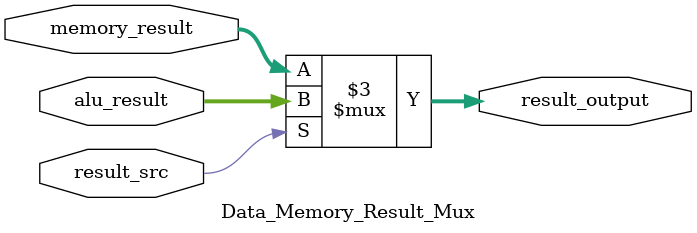
<source format=sv>
`timescale 1ns / 1ps


module Data_Memory_Result_Mux(input logic [0:0] result_src, input logic [31:0] alu_result, input logic [31:0] memory_result,
output logic [31:0] result_output
    );
    
always_comb begin
    if (result_src) result_output = alu_result;
    else result_output = memory_result;    
end

endmodule

</source>
